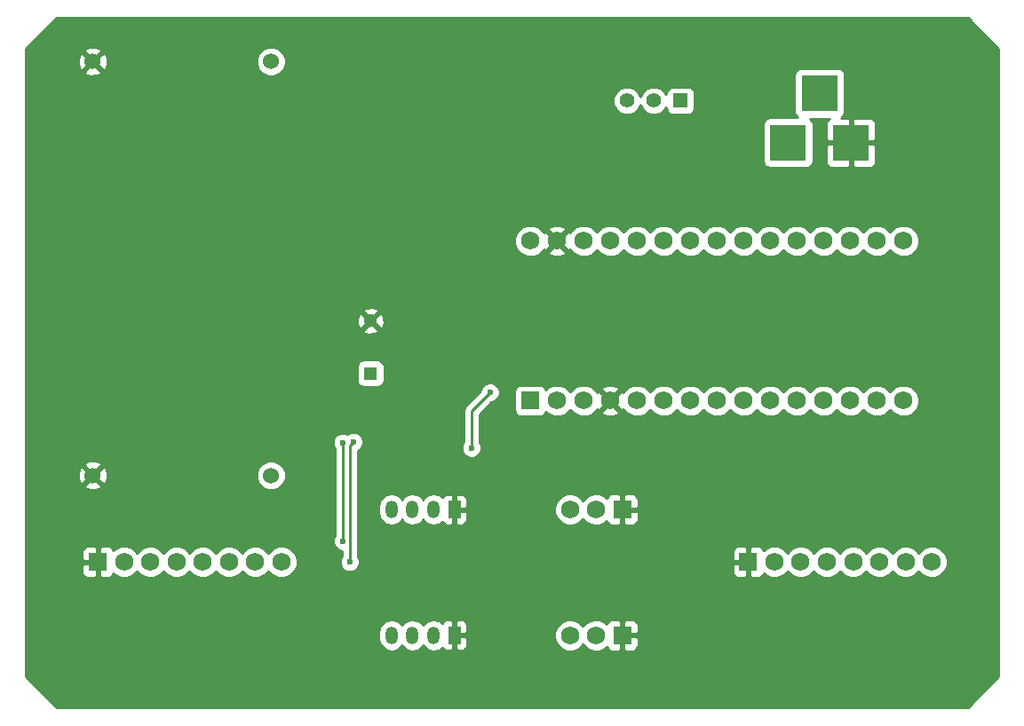
<source format=gbr>
G04 #@! TF.FileFunction,Copper,L2,Bot,Signal*
%FSLAX46Y46*%
G04 Gerber Fmt 4.6, Leading zero omitted, Abs format (unit mm)*
G04 Created by KiCad (PCBNEW 4.0.3+e1-6302~38~ubuntu15.04.1-stable) date Sun Sep 25 07:10:45 2016*
%MOMM*%
%LPD*%
G01*
G04 APERTURE LIST*
%ADD10C,0.100000*%
%ADD11R,1.727200X1.727200*%
%ADD12C,1.727200*%
%ADD13R,1.300000X1.300000*%
%ADD14C,1.300000*%
%ADD15R,1.750000X1.750000*%
%ADD16C,1.750000*%
%ADD17R,1.200000X1.700000*%
%ADD18O,1.200000X1.700000*%
%ADD19C,1.524000*%
%ADD20R,3.500120X3.500120*%
%ADD21R,1.397000X1.397000*%
%ADD22C,1.397000*%
%ADD23C,0.600000*%
%ADD24C,0.250000*%
%ADD25C,0.254000*%
G04 APERTURE END LIST*
D10*
D11*
X79220000Y-67620000D03*
D12*
X81760000Y-67620000D03*
X84300000Y-67620000D03*
X86840000Y-67620000D03*
X89380000Y-67620000D03*
X91920000Y-67620000D03*
X94460000Y-67620000D03*
X97000000Y-67620000D03*
X99540000Y-67620000D03*
X102080000Y-67620000D03*
X104620000Y-67620000D03*
X107160000Y-67620000D03*
X109700000Y-67620000D03*
X112240000Y-67620000D03*
X114780000Y-67620000D03*
X114780000Y-52380000D03*
X112240000Y-52380000D03*
X109700000Y-52380000D03*
X107160000Y-52380000D03*
X104620000Y-52380000D03*
X102080000Y-52380000D03*
X99540000Y-52380000D03*
X97000000Y-52380000D03*
X94460000Y-52380000D03*
X91920000Y-52380000D03*
X89380000Y-52380000D03*
X86840000Y-52380000D03*
X84300000Y-52380000D03*
X81760000Y-52380000D03*
X79220000Y-52380000D03*
D13*
X64000000Y-65000000D03*
D14*
X64000000Y-60000000D03*
D15*
X38000000Y-83000000D03*
D16*
X40500000Y-83000000D03*
X43000000Y-83000000D03*
X45500000Y-83000000D03*
X48000000Y-83000000D03*
X50500000Y-83000000D03*
X53000000Y-83000000D03*
X55500000Y-83000000D03*
D15*
X100000000Y-83000000D03*
D16*
X102500000Y-83000000D03*
X105000000Y-83000000D03*
X107500000Y-83000000D03*
X110000000Y-83000000D03*
X112500000Y-83000000D03*
X115000000Y-83000000D03*
X117500000Y-83000000D03*
D17*
X72000000Y-90000000D03*
D18*
X70000000Y-90000000D03*
X68000000Y-90000000D03*
X66000000Y-90000000D03*
D17*
X72000000Y-78000000D03*
D18*
X70000000Y-78000000D03*
X68000000Y-78000000D03*
X66000000Y-78000000D03*
D19*
X54500000Y-35250000D03*
X37500000Y-35250000D03*
X54500000Y-74750000D03*
X37500000Y-74750000D03*
D20*
X103799860Y-43000000D03*
X109799340Y-43000000D03*
X106799600Y-38301000D03*
D15*
X88000000Y-90000000D03*
D16*
X85500000Y-90000000D03*
X83000000Y-90000000D03*
D15*
X88000000Y-78000000D03*
D16*
X85500000Y-78000000D03*
X83000000Y-78000000D03*
D21*
X93540000Y-39000000D03*
D22*
X91000000Y-39000000D03*
X88460000Y-39000000D03*
D23*
X77000000Y-42000000D03*
X62375532Y-71531459D03*
X62000000Y-83000000D03*
X61361318Y-81012735D03*
X61337743Y-71614888D03*
X75386684Y-66825810D03*
X73617332Y-72110335D03*
D24*
X62000000Y-83000000D02*
X62000000Y-71906991D01*
X62000000Y-71906991D02*
X62075533Y-71831458D01*
X62075533Y-71831458D02*
X62375532Y-71531459D01*
X61337743Y-80989160D02*
X61361318Y-81012735D01*
X61337743Y-71614888D02*
X61337743Y-80989160D01*
X75086685Y-67125809D02*
X75386684Y-66825810D01*
X73617332Y-72110335D02*
X73617332Y-68595162D01*
X73617332Y-68595162D02*
X75086685Y-67125809D01*
D25*
G36*
X123873000Y-34052606D02*
X123873000Y-93947394D01*
X120947394Y-96873000D01*
X34052606Y-96873000D01*
X31127000Y-93947394D01*
X31127000Y-89720907D01*
X64765000Y-89720907D01*
X64765000Y-90279093D01*
X64859009Y-90751707D01*
X65126723Y-91152370D01*
X65527386Y-91420084D01*
X66000000Y-91514093D01*
X66472614Y-91420084D01*
X66873277Y-91152370D01*
X67000000Y-90962715D01*
X67126723Y-91152370D01*
X67527386Y-91420084D01*
X68000000Y-91514093D01*
X68472614Y-91420084D01*
X68873277Y-91152370D01*
X69000000Y-90962715D01*
X69126723Y-91152370D01*
X69527386Y-91420084D01*
X70000000Y-91514093D01*
X70472614Y-91420084D01*
X70845590Y-91170870D01*
X70861673Y-91209699D01*
X71040302Y-91388327D01*
X71273691Y-91485000D01*
X71714250Y-91485000D01*
X71873000Y-91326250D01*
X71873000Y-90127000D01*
X72127000Y-90127000D01*
X72127000Y-91326250D01*
X72285750Y-91485000D01*
X72726309Y-91485000D01*
X72959698Y-91388327D01*
X73138327Y-91209699D01*
X73235000Y-90976310D01*
X73235000Y-90299040D01*
X81489738Y-90299040D01*
X81719138Y-90854229D01*
X82143537Y-91279370D01*
X82698325Y-91509738D01*
X83299040Y-91510262D01*
X83854229Y-91280862D01*
X84250318Y-90885464D01*
X84643537Y-91279370D01*
X85198325Y-91509738D01*
X85799040Y-91510262D01*
X86354229Y-91280862D01*
X86532203Y-91103198D01*
X86586673Y-91234699D01*
X86765302Y-91413327D01*
X86998691Y-91510000D01*
X87714250Y-91510000D01*
X87873000Y-91351250D01*
X87873000Y-90127000D01*
X88127000Y-90127000D01*
X88127000Y-91351250D01*
X88285750Y-91510000D01*
X89001309Y-91510000D01*
X89234698Y-91413327D01*
X89413327Y-91234699D01*
X89510000Y-91001310D01*
X89510000Y-90285750D01*
X89351250Y-90127000D01*
X88127000Y-90127000D01*
X87873000Y-90127000D01*
X87853000Y-90127000D01*
X87853000Y-89873000D01*
X87873000Y-89873000D01*
X87873000Y-88648750D01*
X88127000Y-88648750D01*
X88127000Y-89873000D01*
X89351250Y-89873000D01*
X89510000Y-89714250D01*
X89510000Y-88998690D01*
X89413327Y-88765301D01*
X89234698Y-88586673D01*
X89001309Y-88490000D01*
X88285750Y-88490000D01*
X88127000Y-88648750D01*
X87873000Y-88648750D01*
X87714250Y-88490000D01*
X86998691Y-88490000D01*
X86765302Y-88586673D01*
X86586673Y-88765301D01*
X86532240Y-88896714D01*
X86356463Y-88720630D01*
X85801675Y-88490262D01*
X85200960Y-88489738D01*
X84645771Y-88719138D01*
X84249682Y-89114536D01*
X83856463Y-88720630D01*
X83301675Y-88490262D01*
X82700960Y-88489738D01*
X82145771Y-88719138D01*
X81720630Y-89143537D01*
X81490262Y-89698325D01*
X81489738Y-90299040D01*
X73235000Y-90299040D01*
X73235000Y-90285750D01*
X73076250Y-90127000D01*
X72127000Y-90127000D01*
X71873000Y-90127000D01*
X71853000Y-90127000D01*
X71853000Y-89873000D01*
X71873000Y-89873000D01*
X71873000Y-88673750D01*
X72127000Y-88673750D01*
X72127000Y-89873000D01*
X73076250Y-89873000D01*
X73235000Y-89714250D01*
X73235000Y-89023690D01*
X73138327Y-88790301D01*
X72959698Y-88611673D01*
X72726309Y-88515000D01*
X72285750Y-88515000D01*
X72127000Y-88673750D01*
X71873000Y-88673750D01*
X71714250Y-88515000D01*
X71273691Y-88515000D01*
X71040302Y-88611673D01*
X70861673Y-88790301D01*
X70845590Y-88829130D01*
X70472614Y-88579916D01*
X70000000Y-88485907D01*
X69527386Y-88579916D01*
X69126723Y-88847630D01*
X69000000Y-89037285D01*
X68873277Y-88847630D01*
X68472614Y-88579916D01*
X68000000Y-88485907D01*
X67527386Y-88579916D01*
X67126723Y-88847630D01*
X67000000Y-89037285D01*
X66873277Y-88847630D01*
X66472614Y-88579916D01*
X66000000Y-88485907D01*
X65527386Y-88579916D01*
X65126723Y-88847630D01*
X64859009Y-89248293D01*
X64765000Y-89720907D01*
X31127000Y-89720907D01*
X31127000Y-83285750D01*
X36490000Y-83285750D01*
X36490000Y-84001310D01*
X36586673Y-84234699D01*
X36765302Y-84413327D01*
X36998691Y-84510000D01*
X37714250Y-84510000D01*
X37873000Y-84351250D01*
X37873000Y-83127000D01*
X36648750Y-83127000D01*
X36490000Y-83285750D01*
X31127000Y-83285750D01*
X31127000Y-81998690D01*
X36490000Y-81998690D01*
X36490000Y-82714250D01*
X36648750Y-82873000D01*
X37873000Y-82873000D01*
X37873000Y-81648750D01*
X38127000Y-81648750D01*
X38127000Y-82873000D01*
X38147000Y-82873000D01*
X38147000Y-83127000D01*
X38127000Y-83127000D01*
X38127000Y-84351250D01*
X38285750Y-84510000D01*
X39001309Y-84510000D01*
X39234698Y-84413327D01*
X39413327Y-84234699D01*
X39467760Y-84103286D01*
X39643537Y-84279370D01*
X40198325Y-84509738D01*
X40799040Y-84510262D01*
X41354229Y-84280862D01*
X41750318Y-83885464D01*
X42143537Y-84279370D01*
X42698325Y-84509738D01*
X43299040Y-84510262D01*
X43854229Y-84280862D01*
X44250318Y-83885464D01*
X44643537Y-84279370D01*
X45198325Y-84509738D01*
X45799040Y-84510262D01*
X46354229Y-84280862D01*
X46750318Y-83885464D01*
X47143537Y-84279370D01*
X47698325Y-84509738D01*
X48299040Y-84510262D01*
X48854229Y-84280862D01*
X49250318Y-83885464D01*
X49643537Y-84279370D01*
X50198325Y-84509738D01*
X50799040Y-84510262D01*
X51354229Y-84280862D01*
X51750318Y-83885464D01*
X52143537Y-84279370D01*
X52698325Y-84509738D01*
X53299040Y-84510262D01*
X53854229Y-84280862D01*
X54250318Y-83885464D01*
X54643537Y-84279370D01*
X55198325Y-84509738D01*
X55799040Y-84510262D01*
X56354229Y-84280862D01*
X56779370Y-83856463D01*
X57009738Y-83301675D01*
X57010262Y-82700960D01*
X56780862Y-82145771D01*
X56356463Y-81720630D01*
X55801675Y-81490262D01*
X55200960Y-81489738D01*
X54645771Y-81719138D01*
X54249682Y-82114536D01*
X53856463Y-81720630D01*
X53301675Y-81490262D01*
X52700960Y-81489738D01*
X52145771Y-81719138D01*
X51749682Y-82114536D01*
X51356463Y-81720630D01*
X50801675Y-81490262D01*
X50200960Y-81489738D01*
X49645771Y-81719138D01*
X49249682Y-82114536D01*
X48856463Y-81720630D01*
X48301675Y-81490262D01*
X47700960Y-81489738D01*
X47145771Y-81719138D01*
X46749682Y-82114536D01*
X46356463Y-81720630D01*
X45801675Y-81490262D01*
X45200960Y-81489738D01*
X44645771Y-81719138D01*
X44249682Y-82114536D01*
X43856463Y-81720630D01*
X43301675Y-81490262D01*
X42700960Y-81489738D01*
X42145771Y-81719138D01*
X41749682Y-82114536D01*
X41356463Y-81720630D01*
X40801675Y-81490262D01*
X40200960Y-81489738D01*
X39645771Y-81719138D01*
X39467797Y-81896802D01*
X39413327Y-81765301D01*
X39234698Y-81586673D01*
X39001309Y-81490000D01*
X38285750Y-81490000D01*
X38127000Y-81648750D01*
X37873000Y-81648750D01*
X37714250Y-81490000D01*
X36998691Y-81490000D01*
X36765302Y-81586673D01*
X36586673Y-81765301D01*
X36490000Y-81998690D01*
X31127000Y-81998690D01*
X31127000Y-75730213D01*
X36699392Y-75730213D01*
X36768857Y-75972397D01*
X37292302Y-76159144D01*
X37847368Y-76131362D01*
X38231143Y-75972397D01*
X38300608Y-75730213D01*
X37500000Y-74929605D01*
X36699392Y-75730213D01*
X31127000Y-75730213D01*
X31127000Y-74542302D01*
X36090856Y-74542302D01*
X36118638Y-75097368D01*
X36277603Y-75481143D01*
X36519787Y-75550608D01*
X37320395Y-74750000D01*
X37679605Y-74750000D01*
X38480213Y-75550608D01*
X38722397Y-75481143D01*
X38884540Y-75026661D01*
X53102758Y-75026661D01*
X53314990Y-75540303D01*
X53707630Y-75933629D01*
X54220900Y-76146757D01*
X54776661Y-76147242D01*
X55290303Y-75935010D01*
X55683629Y-75542370D01*
X55896757Y-75029100D01*
X55897242Y-74473339D01*
X55685010Y-73959697D01*
X55292370Y-73566371D01*
X54779100Y-73353243D01*
X54223339Y-73352758D01*
X53709697Y-73564990D01*
X53316371Y-73957630D01*
X53103243Y-74470900D01*
X53102758Y-75026661D01*
X38884540Y-75026661D01*
X38909144Y-74957698D01*
X38881362Y-74402632D01*
X38722397Y-74018857D01*
X38480213Y-73949392D01*
X37679605Y-74750000D01*
X37320395Y-74750000D01*
X36519787Y-73949392D01*
X36277603Y-74018857D01*
X36090856Y-74542302D01*
X31127000Y-74542302D01*
X31127000Y-73769787D01*
X36699392Y-73769787D01*
X37500000Y-74570395D01*
X38300608Y-73769787D01*
X38231143Y-73527603D01*
X37707698Y-73340856D01*
X37152632Y-73368638D01*
X36768857Y-73527603D01*
X36699392Y-73769787D01*
X31127000Y-73769787D01*
X31127000Y-71800055D01*
X60402581Y-71800055D01*
X60544626Y-72143831D01*
X60577743Y-72177006D01*
X60577743Y-80473806D01*
X60569126Y-80482408D01*
X60426480Y-80825936D01*
X60426156Y-81197902D01*
X60568201Y-81541678D01*
X60830991Y-81804927D01*
X61174519Y-81947573D01*
X61240000Y-81947630D01*
X61240000Y-82437537D01*
X61207808Y-82469673D01*
X61065162Y-82813201D01*
X61064838Y-83185167D01*
X61206883Y-83528943D01*
X61469673Y-83792192D01*
X61813201Y-83934838D01*
X62185167Y-83935162D01*
X62528943Y-83793117D01*
X62792192Y-83530327D01*
X62893749Y-83285750D01*
X98490000Y-83285750D01*
X98490000Y-84001310D01*
X98586673Y-84234699D01*
X98765302Y-84413327D01*
X98998691Y-84510000D01*
X99714250Y-84510000D01*
X99873000Y-84351250D01*
X99873000Y-83127000D01*
X98648750Y-83127000D01*
X98490000Y-83285750D01*
X62893749Y-83285750D01*
X62934838Y-83186799D01*
X62935162Y-82814833D01*
X62793117Y-82471057D01*
X62760000Y-82437882D01*
X62760000Y-81998690D01*
X98490000Y-81998690D01*
X98490000Y-82714250D01*
X98648750Y-82873000D01*
X99873000Y-82873000D01*
X99873000Y-81648750D01*
X100127000Y-81648750D01*
X100127000Y-82873000D01*
X100147000Y-82873000D01*
X100147000Y-83127000D01*
X100127000Y-83127000D01*
X100127000Y-84351250D01*
X100285750Y-84510000D01*
X101001309Y-84510000D01*
X101234698Y-84413327D01*
X101413327Y-84234699D01*
X101467760Y-84103286D01*
X101643537Y-84279370D01*
X102198325Y-84509738D01*
X102799040Y-84510262D01*
X103354229Y-84280862D01*
X103750318Y-83885464D01*
X104143537Y-84279370D01*
X104698325Y-84509738D01*
X105299040Y-84510262D01*
X105854229Y-84280862D01*
X106250318Y-83885464D01*
X106643537Y-84279370D01*
X107198325Y-84509738D01*
X107799040Y-84510262D01*
X108354229Y-84280862D01*
X108750318Y-83885464D01*
X109143537Y-84279370D01*
X109698325Y-84509738D01*
X110299040Y-84510262D01*
X110854229Y-84280862D01*
X111250318Y-83885464D01*
X111643537Y-84279370D01*
X112198325Y-84509738D01*
X112799040Y-84510262D01*
X113354229Y-84280862D01*
X113750318Y-83885464D01*
X114143537Y-84279370D01*
X114698325Y-84509738D01*
X115299040Y-84510262D01*
X115854229Y-84280862D01*
X116250318Y-83885464D01*
X116643537Y-84279370D01*
X117198325Y-84509738D01*
X117799040Y-84510262D01*
X118354229Y-84280862D01*
X118779370Y-83856463D01*
X119009738Y-83301675D01*
X119010262Y-82700960D01*
X118780862Y-82145771D01*
X118356463Y-81720630D01*
X117801675Y-81490262D01*
X117200960Y-81489738D01*
X116645771Y-81719138D01*
X116249682Y-82114536D01*
X115856463Y-81720630D01*
X115301675Y-81490262D01*
X114700960Y-81489738D01*
X114145771Y-81719138D01*
X113749682Y-82114536D01*
X113356463Y-81720630D01*
X112801675Y-81490262D01*
X112200960Y-81489738D01*
X111645771Y-81719138D01*
X111249682Y-82114536D01*
X110856463Y-81720630D01*
X110301675Y-81490262D01*
X109700960Y-81489738D01*
X109145771Y-81719138D01*
X108749682Y-82114536D01*
X108356463Y-81720630D01*
X107801675Y-81490262D01*
X107200960Y-81489738D01*
X106645771Y-81719138D01*
X106249682Y-82114536D01*
X105856463Y-81720630D01*
X105301675Y-81490262D01*
X104700960Y-81489738D01*
X104145771Y-81719138D01*
X103749682Y-82114536D01*
X103356463Y-81720630D01*
X102801675Y-81490262D01*
X102200960Y-81489738D01*
X101645771Y-81719138D01*
X101467797Y-81896802D01*
X101413327Y-81765301D01*
X101234698Y-81586673D01*
X101001309Y-81490000D01*
X100285750Y-81490000D01*
X100127000Y-81648750D01*
X99873000Y-81648750D01*
X99714250Y-81490000D01*
X98998691Y-81490000D01*
X98765302Y-81586673D01*
X98586673Y-81765301D01*
X98490000Y-81998690D01*
X62760000Y-81998690D01*
X62760000Y-77720907D01*
X64765000Y-77720907D01*
X64765000Y-78279093D01*
X64859009Y-78751707D01*
X65126723Y-79152370D01*
X65527386Y-79420084D01*
X66000000Y-79514093D01*
X66472614Y-79420084D01*
X66873277Y-79152370D01*
X67000000Y-78962715D01*
X67126723Y-79152370D01*
X67527386Y-79420084D01*
X68000000Y-79514093D01*
X68472614Y-79420084D01*
X68873277Y-79152370D01*
X69000000Y-78962715D01*
X69126723Y-79152370D01*
X69527386Y-79420084D01*
X70000000Y-79514093D01*
X70472614Y-79420084D01*
X70845590Y-79170870D01*
X70861673Y-79209699D01*
X71040302Y-79388327D01*
X71273691Y-79485000D01*
X71714250Y-79485000D01*
X71873000Y-79326250D01*
X71873000Y-78127000D01*
X72127000Y-78127000D01*
X72127000Y-79326250D01*
X72285750Y-79485000D01*
X72726309Y-79485000D01*
X72959698Y-79388327D01*
X73138327Y-79209699D01*
X73235000Y-78976310D01*
X73235000Y-78299040D01*
X81489738Y-78299040D01*
X81719138Y-78854229D01*
X82143537Y-79279370D01*
X82698325Y-79509738D01*
X83299040Y-79510262D01*
X83854229Y-79280862D01*
X84250318Y-78885464D01*
X84643537Y-79279370D01*
X85198325Y-79509738D01*
X85799040Y-79510262D01*
X86354229Y-79280862D01*
X86532203Y-79103198D01*
X86586673Y-79234699D01*
X86765302Y-79413327D01*
X86998691Y-79510000D01*
X87714250Y-79510000D01*
X87873000Y-79351250D01*
X87873000Y-78127000D01*
X88127000Y-78127000D01*
X88127000Y-79351250D01*
X88285750Y-79510000D01*
X89001309Y-79510000D01*
X89234698Y-79413327D01*
X89413327Y-79234699D01*
X89510000Y-79001310D01*
X89510000Y-78285750D01*
X89351250Y-78127000D01*
X88127000Y-78127000D01*
X87873000Y-78127000D01*
X87853000Y-78127000D01*
X87853000Y-77873000D01*
X87873000Y-77873000D01*
X87873000Y-76648750D01*
X88127000Y-76648750D01*
X88127000Y-77873000D01*
X89351250Y-77873000D01*
X89510000Y-77714250D01*
X89510000Y-76998690D01*
X89413327Y-76765301D01*
X89234698Y-76586673D01*
X89001309Y-76490000D01*
X88285750Y-76490000D01*
X88127000Y-76648750D01*
X87873000Y-76648750D01*
X87714250Y-76490000D01*
X86998691Y-76490000D01*
X86765302Y-76586673D01*
X86586673Y-76765301D01*
X86532240Y-76896714D01*
X86356463Y-76720630D01*
X85801675Y-76490262D01*
X85200960Y-76489738D01*
X84645771Y-76719138D01*
X84249682Y-77114536D01*
X83856463Y-76720630D01*
X83301675Y-76490262D01*
X82700960Y-76489738D01*
X82145771Y-76719138D01*
X81720630Y-77143537D01*
X81490262Y-77698325D01*
X81489738Y-78299040D01*
X73235000Y-78299040D01*
X73235000Y-78285750D01*
X73076250Y-78127000D01*
X72127000Y-78127000D01*
X71873000Y-78127000D01*
X71853000Y-78127000D01*
X71853000Y-77873000D01*
X71873000Y-77873000D01*
X71873000Y-76673750D01*
X72127000Y-76673750D01*
X72127000Y-77873000D01*
X73076250Y-77873000D01*
X73235000Y-77714250D01*
X73235000Y-77023690D01*
X73138327Y-76790301D01*
X72959698Y-76611673D01*
X72726309Y-76515000D01*
X72285750Y-76515000D01*
X72127000Y-76673750D01*
X71873000Y-76673750D01*
X71714250Y-76515000D01*
X71273691Y-76515000D01*
X71040302Y-76611673D01*
X70861673Y-76790301D01*
X70845590Y-76829130D01*
X70472614Y-76579916D01*
X70000000Y-76485907D01*
X69527386Y-76579916D01*
X69126723Y-76847630D01*
X69000000Y-77037285D01*
X68873277Y-76847630D01*
X68472614Y-76579916D01*
X68000000Y-76485907D01*
X67527386Y-76579916D01*
X67126723Y-76847630D01*
X67000000Y-77037285D01*
X66873277Y-76847630D01*
X66472614Y-76579916D01*
X66000000Y-76485907D01*
X65527386Y-76579916D01*
X65126723Y-76847630D01*
X64859009Y-77248293D01*
X64765000Y-77720907D01*
X62760000Y-77720907D01*
X62760000Y-72384272D01*
X62904475Y-72324576D01*
X62933599Y-72295502D01*
X72682170Y-72295502D01*
X72824215Y-72639278D01*
X73087005Y-72902527D01*
X73430533Y-73045173D01*
X73802499Y-73045497D01*
X74146275Y-72903452D01*
X74409524Y-72640662D01*
X74552170Y-72297134D01*
X74552494Y-71925168D01*
X74410449Y-71581392D01*
X74377332Y-71548217D01*
X74377332Y-68909964D01*
X75526364Y-67760932D01*
X75571851Y-67760972D01*
X75915627Y-67618927D01*
X76178876Y-67356137D01*
X76321522Y-67012609D01*
X76321745Y-66756400D01*
X77708960Y-66756400D01*
X77708960Y-68483600D01*
X77753238Y-68718917D01*
X77892310Y-68935041D01*
X78104510Y-69080031D01*
X78356400Y-69131040D01*
X80083600Y-69131040D01*
X80318917Y-69086762D01*
X80535041Y-68947690D01*
X80680031Y-68735490D01*
X80692852Y-68672180D01*
X80910003Y-68889710D01*
X81460602Y-69118339D01*
X82056782Y-69118859D01*
X82607780Y-68891192D01*
X83029710Y-68469997D01*
X83030095Y-68469069D01*
X83450003Y-68889710D01*
X84000602Y-69118339D01*
X84596782Y-69118859D01*
X85147780Y-68891192D01*
X85365546Y-68673805D01*
X85965800Y-68673805D01*
X86047741Y-68926516D01*
X86608030Y-69130248D01*
X87203635Y-69104058D01*
X87632259Y-68926516D01*
X87714200Y-68673805D01*
X86840000Y-67799605D01*
X85965800Y-68673805D01*
X85365546Y-68673805D01*
X85569710Y-68469997D01*
X85586541Y-68429463D01*
X85786195Y-68494200D01*
X86660395Y-67620000D01*
X87019605Y-67620000D01*
X87893805Y-68494200D01*
X88093033Y-68429601D01*
X88108808Y-68467780D01*
X88530003Y-68889710D01*
X89080602Y-69118339D01*
X89676782Y-69118859D01*
X90227780Y-68891192D01*
X90649710Y-68469997D01*
X90650095Y-68469069D01*
X91070003Y-68889710D01*
X91620602Y-69118339D01*
X92216782Y-69118859D01*
X92767780Y-68891192D01*
X93189710Y-68469997D01*
X93190095Y-68469069D01*
X93610003Y-68889710D01*
X94160602Y-69118339D01*
X94756782Y-69118859D01*
X95307780Y-68891192D01*
X95729710Y-68469997D01*
X95730095Y-68469069D01*
X96150003Y-68889710D01*
X96700602Y-69118339D01*
X97296782Y-69118859D01*
X97847780Y-68891192D01*
X98269710Y-68469997D01*
X98270095Y-68469069D01*
X98690003Y-68889710D01*
X99240602Y-69118339D01*
X99836782Y-69118859D01*
X100387780Y-68891192D01*
X100809710Y-68469997D01*
X100810095Y-68469069D01*
X101230003Y-68889710D01*
X101780602Y-69118339D01*
X102376782Y-69118859D01*
X102927780Y-68891192D01*
X103349710Y-68469997D01*
X103350095Y-68469069D01*
X103770003Y-68889710D01*
X104320602Y-69118339D01*
X104916782Y-69118859D01*
X105467780Y-68891192D01*
X105889710Y-68469997D01*
X105890095Y-68469069D01*
X106310003Y-68889710D01*
X106860602Y-69118339D01*
X107456782Y-69118859D01*
X108007780Y-68891192D01*
X108429710Y-68469997D01*
X108430095Y-68469069D01*
X108850003Y-68889710D01*
X109400602Y-69118339D01*
X109996782Y-69118859D01*
X110547780Y-68891192D01*
X110969710Y-68469997D01*
X110970095Y-68469069D01*
X111390003Y-68889710D01*
X111940602Y-69118339D01*
X112536782Y-69118859D01*
X113087780Y-68891192D01*
X113509710Y-68469997D01*
X113510095Y-68469069D01*
X113930003Y-68889710D01*
X114480602Y-69118339D01*
X115076782Y-69118859D01*
X115627780Y-68891192D01*
X116049710Y-68469997D01*
X116278339Y-67919398D01*
X116278859Y-67323218D01*
X116051192Y-66772220D01*
X115629997Y-66350290D01*
X115079398Y-66121661D01*
X114483218Y-66121141D01*
X113932220Y-66348808D01*
X113510290Y-66770003D01*
X113509905Y-66770931D01*
X113089997Y-66350290D01*
X112539398Y-66121661D01*
X111943218Y-66121141D01*
X111392220Y-66348808D01*
X110970290Y-66770003D01*
X110969905Y-66770931D01*
X110549997Y-66350290D01*
X109999398Y-66121661D01*
X109403218Y-66121141D01*
X108852220Y-66348808D01*
X108430290Y-66770003D01*
X108429905Y-66770931D01*
X108009997Y-66350290D01*
X107459398Y-66121661D01*
X106863218Y-66121141D01*
X106312220Y-66348808D01*
X105890290Y-66770003D01*
X105889905Y-66770931D01*
X105469997Y-66350290D01*
X104919398Y-66121661D01*
X104323218Y-66121141D01*
X103772220Y-66348808D01*
X103350290Y-66770003D01*
X103349905Y-66770931D01*
X102929997Y-66350290D01*
X102379398Y-66121661D01*
X101783218Y-66121141D01*
X101232220Y-66348808D01*
X100810290Y-66770003D01*
X100809905Y-66770931D01*
X100389997Y-66350290D01*
X99839398Y-66121661D01*
X99243218Y-66121141D01*
X98692220Y-66348808D01*
X98270290Y-66770003D01*
X98269905Y-66770931D01*
X97849997Y-66350290D01*
X97299398Y-66121661D01*
X96703218Y-66121141D01*
X96152220Y-66348808D01*
X95730290Y-66770003D01*
X95729905Y-66770931D01*
X95309997Y-66350290D01*
X94759398Y-66121661D01*
X94163218Y-66121141D01*
X93612220Y-66348808D01*
X93190290Y-66770003D01*
X93189905Y-66770931D01*
X92769997Y-66350290D01*
X92219398Y-66121661D01*
X91623218Y-66121141D01*
X91072220Y-66348808D01*
X90650290Y-66770003D01*
X90649905Y-66770931D01*
X90229997Y-66350290D01*
X89679398Y-66121661D01*
X89083218Y-66121141D01*
X88532220Y-66348808D01*
X88110290Y-66770003D01*
X88093459Y-66810537D01*
X87893805Y-66745800D01*
X87019605Y-67620000D01*
X86660395Y-67620000D01*
X85786195Y-66745800D01*
X85586967Y-66810399D01*
X85571192Y-66772220D01*
X85365526Y-66566195D01*
X85965800Y-66566195D01*
X86840000Y-67440395D01*
X87714200Y-66566195D01*
X87632259Y-66313484D01*
X87071970Y-66109752D01*
X86476365Y-66135942D01*
X86047741Y-66313484D01*
X85965800Y-66566195D01*
X85365526Y-66566195D01*
X85149997Y-66350290D01*
X84599398Y-66121661D01*
X84003218Y-66121141D01*
X83452220Y-66348808D01*
X83030290Y-66770003D01*
X83029905Y-66770931D01*
X82609997Y-66350290D01*
X82059398Y-66121661D01*
X81463218Y-66121141D01*
X80912220Y-66348808D01*
X80695124Y-66565525D01*
X80686762Y-66521083D01*
X80547690Y-66304959D01*
X80335490Y-66159969D01*
X80083600Y-66108960D01*
X78356400Y-66108960D01*
X78121083Y-66153238D01*
X77904959Y-66292310D01*
X77759969Y-66504510D01*
X77708960Y-66756400D01*
X76321745Y-66756400D01*
X76321846Y-66640643D01*
X76179801Y-66296867D01*
X75917011Y-66033618D01*
X75573483Y-65890972D01*
X75201517Y-65890648D01*
X74857741Y-66032693D01*
X74594492Y-66295483D01*
X74451846Y-66639011D01*
X74451805Y-66685887D01*
X73079931Y-68057761D01*
X72915184Y-68304323D01*
X72857332Y-68595162D01*
X72857332Y-71547872D01*
X72825140Y-71580008D01*
X72682494Y-71923536D01*
X72682170Y-72295502D01*
X62933599Y-72295502D01*
X63167724Y-72061786D01*
X63310370Y-71718258D01*
X63310694Y-71346292D01*
X63168649Y-71002516D01*
X62905859Y-70739267D01*
X62562331Y-70596621D01*
X62190365Y-70596297D01*
X61846589Y-70738342D01*
X61793222Y-70791616D01*
X61524542Y-70680050D01*
X61152576Y-70679726D01*
X60808800Y-70821771D01*
X60545551Y-71084561D01*
X60402905Y-71428089D01*
X60402581Y-71800055D01*
X31127000Y-71800055D01*
X31127000Y-64350000D01*
X62702560Y-64350000D01*
X62702560Y-65650000D01*
X62746838Y-65885317D01*
X62885910Y-66101441D01*
X63098110Y-66246431D01*
X63350000Y-66297440D01*
X64650000Y-66297440D01*
X64885317Y-66253162D01*
X65101441Y-66114090D01*
X65246431Y-65901890D01*
X65297440Y-65650000D01*
X65297440Y-64350000D01*
X65253162Y-64114683D01*
X65114090Y-63898559D01*
X64901890Y-63753569D01*
X64650000Y-63702560D01*
X63350000Y-63702560D01*
X63114683Y-63746838D01*
X62898559Y-63885910D01*
X62753569Y-64098110D01*
X62702560Y-64350000D01*
X31127000Y-64350000D01*
X31127000Y-60899016D01*
X63280590Y-60899016D01*
X63336271Y-61129611D01*
X63819078Y-61297622D01*
X64329428Y-61268083D01*
X64663729Y-61129611D01*
X64719410Y-60899016D01*
X64000000Y-60179605D01*
X63280590Y-60899016D01*
X31127000Y-60899016D01*
X31127000Y-59819078D01*
X62702378Y-59819078D01*
X62731917Y-60329428D01*
X62870389Y-60663729D01*
X63100984Y-60719410D01*
X63820395Y-60000000D01*
X64179605Y-60000000D01*
X64899016Y-60719410D01*
X65129611Y-60663729D01*
X65297622Y-60180922D01*
X65268083Y-59670572D01*
X65129611Y-59336271D01*
X64899016Y-59280590D01*
X64179605Y-60000000D01*
X63820395Y-60000000D01*
X63100984Y-59280590D01*
X62870389Y-59336271D01*
X62702378Y-59819078D01*
X31127000Y-59819078D01*
X31127000Y-59100984D01*
X63280590Y-59100984D01*
X64000000Y-59820395D01*
X64719410Y-59100984D01*
X64663729Y-58870389D01*
X64180922Y-58702378D01*
X63670572Y-58731917D01*
X63336271Y-58870389D01*
X63280590Y-59100984D01*
X31127000Y-59100984D01*
X31127000Y-52676782D01*
X77721141Y-52676782D01*
X77948808Y-53227780D01*
X78370003Y-53649710D01*
X78920602Y-53878339D01*
X79516782Y-53878859D01*
X80067780Y-53651192D01*
X80285546Y-53433805D01*
X80885800Y-53433805D01*
X80967741Y-53686516D01*
X81528030Y-53890248D01*
X82123635Y-53864058D01*
X82552259Y-53686516D01*
X82634200Y-53433805D01*
X81760000Y-52559605D01*
X80885800Y-53433805D01*
X80285546Y-53433805D01*
X80489710Y-53229997D01*
X80506541Y-53189463D01*
X80706195Y-53254200D01*
X81580395Y-52380000D01*
X81939605Y-52380000D01*
X82813805Y-53254200D01*
X83013033Y-53189601D01*
X83028808Y-53227780D01*
X83450003Y-53649710D01*
X84000602Y-53878339D01*
X84596782Y-53878859D01*
X85147780Y-53651192D01*
X85569710Y-53229997D01*
X85570095Y-53229069D01*
X85990003Y-53649710D01*
X86540602Y-53878339D01*
X87136782Y-53878859D01*
X87687780Y-53651192D01*
X88109710Y-53229997D01*
X88110095Y-53229069D01*
X88530003Y-53649710D01*
X89080602Y-53878339D01*
X89676782Y-53878859D01*
X90227780Y-53651192D01*
X90649710Y-53229997D01*
X90650095Y-53229069D01*
X91070003Y-53649710D01*
X91620602Y-53878339D01*
X92216782Y-53878859D01*
X92767780Y-53651192D01*
X93189710Y-53229997D01*
X93190095Y-53229069D01*
X93610003Y-53649710D01*
X94160602Y-53878339D01*
X94756782Y-53878859D01*
X95307780Y-53651192D01*
X95729710Y-53229997D01*
X95730095Y-53229069D01*
X96150003Y-53649710D01*
X96700602Y-53878339D01*
X97296782Y-53878859D01*
X97847780Y-53651192D01*
X98269710Y-53229997D01*
X98270095Y-53229069D01*
X98690003Y-53649710D01*
X99240602Y-53878339D01*
X99836782Y-53878859D01*
X100387780Y-53651192D01*
X100809710Y-53229997D01*
X100810095Y-53229069D01*
X101230003Y-53649710D01*
X101780602Y-53878339D01*
X102376782Y-53878859D01*
X102927780Y-53651192D01*
X103349710Y-53229997D01*
X103350095Y-53229069D01*
X103770003Y-53649710D01*
X104320602Y-53878339D01*
X104916782Y-53878859D01*
X105467780Y-53651192D01*
X105889710Y-53229997D01*
X105890095Y-53229069D01*
X106310003Y-53649710D01*
X106860602Y-53878339D01*
X107456782Y-53878859D01*
X108007780Y-53651192D01*
X108429710Y-53229997D01*
X108430095Y-53229069D01*
X108850003Y-53649710D01*
X109400602Y-53878339D01*
X109996782Y-53878859D01*
X110547780Y-53651192D01*
X110969710Y-53229997D01*
X110970095Y-53229069D01*
X111390003Y-53649710D01*
X111940602Y-53878339D01*
X112536782Y-53878859D01*
X113087780Y-53651192D01*
X113509710Y-53229997D01*
X113510095Y-53229069D01*
X113930003Y-53649710D01*
X114480602Y-53878339D01*
X115076782Y-53878859D01*
X115627780Y-53651192D01*
X116049710Y-53229997D01*
X116278339Y-52679398D01*
X116278859Y-52083218D01*
X116051192Y-51532220D01*
X115629997Y-51110290D01*
X115079398Y-50881661D01*
X114483218Y-50881141D01*
X113932220Y-51108808D01*
X113510290Y-51530003D01*
X113509905Y-51530931D01*
X113089997Y-51110290D01*
X112539398Y-50881661D01*
X111943218Y-50881141D01*
X111392220Y-51108808D01*
X110970290Y-51530003D01*
X110969905Y-51530931D01*
X110549997Y-51110290D01*
X109999398Y-50881661D01*
X109403218Y-50881141D01*
X108852220Y-51108808D01*
X108430290Y-51530003D01*
X108429905Y-51530931D01*
X108009997Y-51110290D01*
X107459398Y-50881661D01*
X106863218Y-50881141D01*
X106312220Y-51108808D01*
X105890290Y-51530003D01*
X105889905Y-51530931D01*
X105469997Y-51110290D01*
X104919398Y-50881661D01*
X104323218Y-50881141D01*
X103772220Y-51108808D01*
X103350290Y-51530003D01*
X103349905Y-51530931D01*
X102929997Y-51110290D01*
X102379398Y-50881661D01*
X101783218Y-50881141D01*
X101232220Y-51108808D01*
X100810290Y-51530003D01*
X100809905Y-51530931D01*
X100389997Y-51110290D01*
X99839398Y-50881661D01*
X99243218Y-50881141D01*
X98692220Y-51108808D01*
X98270290Y-51530003D01*
X98269905Y-51530931D01*
X97849997Y-51110290D01*
X97299398Y-50881661D01*
X96703218Y-50881141D01*
X96152220Y-51108808D01*
X95730290Y-51530003D01*
X95729905Y-51530931D01*
X95309997Y-51110290D01*
X94759398Y-50881661D01*
X94163218Y-50881141D01*
X93612220Y-51108808D01*
X93190290Y-51530003D01*
X93189905Y-51530931D01*
X92769997Y-51110290D01*
X92219398Y-50881661D01*
X91623218Y-50881141D01*
X91072220Y-51108808D01*
X90650290Y-51530003D01*
X90649905Y-51530931D01*
X90229997Y-51110290D01*
X89679398Y-50881661D01*
X89083218Y-50881141D01*
X88532220Y-51108808D01*
X88110290Y-51530003D01*
X88109905Y-51530931D01*
X87689997Y-51110290D01*
X87139398Y-50881661D01*
X86543218Y-50881141D01*
X85992220Y-51108808D01*
X85570290Y-51530003D01*
X85569905Y-51530931D01*
X85149997Y-51110290D01*
X84599398Y-50881661D01*
X84003218Y-50881141D01*
X83452220Y-51108808D01*
X83030290Y-51530003D01*
X83013459Y-51570537D01*
X82813805Y-51505800D01*
X81939605Y-52380000D01*
X81580395Y-52380000D01*
X80706195Y-51505800D01*
X80506967Y-51570399D01*
X80491192Y-51532220D01*
X80285526Y-51326195D01*
X80885800Y-51326195D01*
X81760000Y-52200395D01*
X82634200Y-51326195D01*
X82552259Y-51073484D01*
X81991970Y-50869752D01*
X81396365Y-50895942D01*
X80967741Y-51073484D01*
X80885800Y-51326195D01*
X80285526Y-51326195D01*
X80069997Y-51110290D01*
X79519398Y-50881661D01*
X78923218Y-50881141D01*
X78372220Y-51108808D01*
X77950290Y-51530003D01*
X77721661Y-52080602D01*
X77721141Y-52676782D01*
X31127000Y-52676782D01*
X31127000Y-41249940D01*
X101402360Y-41249940D01*
X101402360Y-44750060D01*
X101446638Y-44985377D01*
X101585710Y-45201501D01*
X101797910Y-45346491D01*
X102049800Y-45397500D01*
X105549920Y-45397500D01*
X105785237Y-45353222D01*
X106001361Y-45214150D01*
X106146351Y-45001950D01*
X106197360Y-44750060D01*
X106197360Y-43285750D01*
X107414280Y-43285750D01*
X107414280Y-44876370D01*
X107510953Y-45109759D01*
X107689582Y-45288387D01*
X107922971Y-45385060D01*
X109513590Y-45385060D01*
X109672340Y-45226310D01*
X109672340Y-43127000D01*
X109926340Y-43127000D01*
X109926340Y-45226310D01*
X110085090Y-45385060D01*
X111675709Y-45385060D01*
X111909098Y-45288387D01*
X112087727Y-45109759D01*
X112184400Y-44876370D01*
X112184400Y-43285750D01*
X112025650Y-43127000D01*
X109926340Y-43127000D01*
X109672340Y-43127000D01*
X107573030Y-43127000D01*
X107414280Y-43285750D01*
X106197360Y-43285750D01*
X106197360Y-41249940D01*
X106153082Y-41014623D01*
X106014010Y-40798499D01*
X105867657Y-40698500D01*
X107721240Y-40698500D01*
X107689582Y-40711613D01*
X107510953Y-40890241D01*
X107414280Y-41123630D01*
X107414280Y-42714250D01*
X107573030Y-42873000D01*
X109672340Y-42873000D01*
X109672340Y-40773690D01*
X109926340Y-40773690D01*
X109926340Y-42873000D01*
X112025650Y-42873000D01*
X112184400Y-42714250D01*
X112184400Y-41123630D01*
X112087727Y-40890241D01*
X111909098Y-40711613D01*
X111675709Y-40614940D01*
X110085090Y-40614940D01*
X109926340Y-40773690D01*
X109672340Y-40773690D01*
X109513590Y-40614940D01*
X108846023Y-40614940D01*
X109001101Y-40515150D01*
X109146091Y-40302950D01*
X109197100Y-40051060D01*
X109197100Y-36550940D01*
X109152822Y-36315623D01*
X109013750Y-36099499D01*
X108801550Y-35954509D01*
X108549660Y-35903500D01*
X105049540Y-35903500D01*
X104814223Y-35947778D01*
X104598099Y-36086850D01*
X104453109Y-36299050D01*
X104402100Y-36550940D01*
X104402100Y-40051060D01*
X104446378Y-40286377D01*
X104585450Y-40502501D01*
X104731803Y-40602500D01*
X102049800Y-40602500D01*
X101814483Y-40646778D01*
X101598359Y-40785850D01*
X101453369Y-40998050D01*
X101402360Y-41249940D01*
X31127000Y-41249940D01*
X31127000Y-39264086D01*
X87126269Y-39264086D01*
X87328854Y-39754380D01*
X87703647Y-40129827D01*
X88193587Y-40333268D01*
X88724086Y-40333731D01*
X89214380Y-40131146D01*
X89589827Y-39756353D01*
X89730094Y-39418554D01*
X89868854Y-39754380D01*
X90243647Y-40129827D01*
X90733587Y-40333268D01*
X91264086Y-40333731D01*
X91754380Y-40131146D01*
X92129827Y-39756353D01*
X92194060Y-39601663D01*
X92194060Y-39698500D01*
X92238338Y-39933817D01*
X92377410Y-40149941D01*
X92589610Y-40294931D01*
X92841500Y-40345940D01*
X94238500Y-40345940D01*
X94473817Y-40301662D01*
X94689941Y-40162590D01*
X94834931Y-39950390D01*
X94885940Y-39698500D01*
X94885940Y-38301500D01*
X94841662Y-38066183D01*
X94702590Y-37850059D01*
X94490390Y-37705069D01*
X94238500Y-37654060D01*
X92841500Y-37654060D01*
X92606183Y-37698338D01*
X92390059Y-37837410D01*
X92245069Y-38049610D01*
X92194060Y-38301500D01*
X92194060Y-38397884D01*
X92131146Y-38245620D01*
X91756353Y-37870173D01*
X91266413Y-37666732D01*
X90735914Y-37666269D01*
X90245620Y-37868854D01*
X89870173Y-38243647D01*
X89729906Y-38581446D01*
X89591146Y-38245620D01*
X89216353Y-37870173D01*
X88726413Y-37666732D01*
X88195914Y-37666269D01*
X87705620Y-37868854D01*
X87330173Y-38243647D01*
X87126732Y-38733587D01*
X87126269Y-39264086D01*
X31127000Y-39264086D01*
X31127000Y-36230213D01*
X36699392Y-36230213D01*
X36768857Y-36472397D01*
X37292302Y-36659144D01*
X37847368Y-36631362D01*
X38231143Y-36472397D01*
X38300608Y-36230213D01*
X37500000Y-35429605D01*
X36699392Y-36230213D01*
X31127000Y-36230213D01*
X31127000Y-35042302D01*
X36090856Y-35042302D01*
X36118638Y-35597368D01*
X36277603Y-35981143D01*
X36519787Y-36050608D01*
X37320395Y-35250000D01*
X37679605Y-35250000D01*
X38480213Y-36050608D01*
X38722397Y-35981143D01*
X38884540Y-35526661D01*
X53102758Y-35526661D01*
X53314990Y-36040303D01*
X53707630Y-36433629D01*
X54220900Y-36646757D01*
X54776661Y-36647242D01*
X55290303Y-36435010D01*
X55683629Y-36042370D01*
X55896757Y-35529100D01*
X55897242Y-34973339D01*
X55685010Y-34459697D01*
X55292370Y-34066371D01*
X54779100Y-33853243D01*
X54223339Y-33852758D01*
X53709697Y-34064990D01*
X53316371Y-34457630D01*
X53103243Y-34970900D01*
X53102758Y-35526661D01*
X38884540Y-35526661D01*
X38909144Y-35457698D01*
X38881362Y-34902632D01*
X38722397Y-34518857D01*
X38480213Y-34449392D01*
X37679605Y-35250000D01*
X37320395Y-35250000D01*
X36519787Y-34449392D01*
X36277603Y-34518857D01*
X36090856Y-35042302D01*
X31127000Y-35042302D01*
X31127000Y-34269787D01*
X36699392Y-34269787D01*
X37500000Y-35070395D01*
X38300608Y-34269787D01*
X38231143Y-34027603D01*
X37707698Y-33840856D01*
X37152632Y-33868638D01*
X36768857Y-34027603D01*
X36699392Y-34269787D01*
X31127000Y-34269787D01*
X31127000Y-34052606D01*
X34052606Y-31127000D01*
X120947394Y-31127000D01*
X123873000Y-34052606D01*
X123873000Y-34052606D01*
G37*
X123873000Y-34052606D02*
X123873000Y-93947394D01*
X120947394Y-96873000D01*
X34052606Y-96873000D01*
X31127000Y-93947394D01*
X31127000Y-89720907D01*
X64765000Y-89720907D01*
X64765000Y-90279093D01*
X64859009Y-90751707D01*
X65126723Y-91152370D01*
X65527386Y-91420084D01*
X66000000Y-91514093D01*
X66472614Y-91420084D01*
X66873277Y-91152370D01*
X67000000Y-90962715D01*
X67126723Y-91152370D01*
X67527386Y-91420084D01*
X68000000Y-91514093D01*
X68472614Y-91420084D01*
X68873277Y-91152370D01*
X69000000Y-90962715D01*
X69126723Y-91152370D01*
X69527386Y-91420084D01*
X70000000Y-91514093D01*
X70472614Y-91420084D01*
X70845590Y-91170870D01*
X70861673Y-91209699D01*
X71040302Y-91388327D01*
X71273691Y-91485000D01*
X71714250Y-91485000D01*
X71873000Y-91326250D01*
X71873000Y-90127000D01*
X72127000Y-90127000D01*
X72127000Y-91326250D01*
X72285750Y-91485000D01*
X72726309Y-91485000D01*
X72959698Y-91388327D01*
X73138327Y-91209699D01*
X73235000Y-90976310D01*
X73235000Y-90299040D01*
X81489738Y-90299040D01*
X81719138Y-90854229D01*
X82143537Y-91279370D01*
X82698325Y-91509738D01*
X83299040Y-91510262D01*
X83854229Y-91280862D01*
X84250318Y-90885464D01*
X84643537Y-91279370D01*
X85198325Y-91509738D01*
X85799040Y-91510262D01*
X86354229Y-91280862D01*
X86532203Y-91103198D01*
X86586673Y-91234699D01*
X86765302Y-91413327D01*
X86998691Y-91510000D01*
X87714250Y-91510000D01*
X87873000Y-91351250D01*
X87873000Y-90127000D01*
X88127000Y-90127000D01*
X88127000Y-91351250D01*
X88285750Y-91510000D01*
X89001309Y-91510000D01*
X89234698Y-91413327D01*
X89413327Y-91234699D01*
X89510000Y-91001310D01*
X89510000Y-90285750D01*
X89351250Y-90127000D01*
X88127000Y-90127000D01*
X87873000Y-90127000D01*
X87853000Y-90127000D01*
X87853000Y-89873000D01*
X87873000Y-89873000D01*
X87873000Y-88648750D01*
X88127000Y-88648750D01*
X88127000Y-89873000D01*
X89351250Y-89873000D01*
X89510000Y-89714250D01*
X89510000Y-88998690D01*
X89413327Y-88765301D01*
X89234698Y-88586673D01*
X89001309Y-88490000D01*
X88285750Y-88490000D01*
X88127000Y-88648750D01*
X87873000Y-88648750D01*
X87714250Y-88490000D01*
X86998691Y-88490000D01*
X86765302Y-88586673D01*
X86586673Y-88765301D01*
X86532240Y-88896714D01*
X86356463Y-88720630D01*
X85801675Y-88490262D01*
X85200960Y-88489738D01*
X84645771Y-88719138D01*
X84249682Y-89114536D01*
X83856463Y-88720630D01*
X83301675Y-88490262D01*
X82700960Y-88489738D01*
X82145771Y-88719138D01*
X81720630Y-89143537D01*
X81490262Y-89698325D01*
X81489738Y-90299040D01*
X73235000Y-90299040D01*
X73235000Y-90285750D01*
X73076250Y-90127000D01*
X72127000Y-90127000D01*
X71873000Y-90127000D01*
X71853000Y-90127000D01*
X71853000Y-89873000D01*
X71873000Y-89873000D01*
X71873000Y-88673750D01*
X72127000Y-88673750D01*
X72127000Y-89873000D01*
X73076250Y-89873000D01*
X73235000Y-89714250D01*
X73235000Y-89023690D01*
X73138327Y-88790301D01*
X72959698Y-88611673D01*
X72726309Y-88515000D01*
X72285750Y-88515000D01*
X72127000Y-88673750D01*
X71873000Y-88673750D01*
X71714250Y-88515000D01*
X71273691Y-88515000D01*
X71040302Y-88611673D01*
X70861673Y-88790301D01*
X70845590Y-88829130D01*
X70472614Y-88579916D01*
X70000000Y-88485907D01*
X69527386Y-88579916D01*
X69126723Y-88847630D01*
X69000000Y-89037285D01*
X68873277Y-88847630D01*
X68472614Y-88579916D01*
X68000000Y-88485907D01*
X67527386Y-88579916D01*
X67126723Y-88847630D01*
X67000000Y-89037285D01*
X66873277Y-88847630D01*
X66472614Y-88579916D01*
X66000000Y-88485907D01*
X65527386Y-88579916D01*
X65126723Y-88847630D01*
X64859009Y-89248293D01*
X64765000Y-89720907D01*
X31127000Y-89720907D01*
X31127000Y-83285750D01*
X36490000Y-83285750D01*
X36490000Y-84001310D01*
X36586673Y-84234699D01*
X36765302Y-84413327D01*
X36998691Y-84510000D01*
X37714250Y-84510000D01*
X37873000Y-84351250D01*
X37873000Y-83127000D01*
X36648750Y-83127000D01*
X36490000Y-83285750D01*
X31127000Y-83285750D01*
X31127000Y-81998690D01*
X36490000Y-81998690D01*
X36490000Y-82714250D01*
X36648750Y-82873000D01*
X37873000Y-82873000D01*
X37873000Y-81648750D01*
X38127000Y-81648750D01*
X38127000Y-82873000D01*
X38147000Y-82873000D01*
X38147000Y-83127000D01*
X38127000Y-83127000D01*
X38127000Y-84351250D01*
X38285750Y-84510000D01*
X39001309Y-84510000D01*
X39234698Y-84413327D01*
X39413327Y-84234699D01*
X39467760Y-84103286D01*
X39643537Y-84279370D01*
X40198325Y-84509738D01*
X40799040Y-84510262D01*
X41354229Y-84280862D01*
X41750318Y-83885464D01*
X42143537Y-84279370D01*
X42698325Y-84509738D01*
X43299040Y-84510262D01*
X43854229Y-84280862D01*
X44250318Y-83885464D01*
X44643537Y-84279370D01*
X45198325Y-84509738D01*
X45799040Y-84510262D01*
X46354229Y-84280862D01*
X46750318Y-83885464D01*
X47143537Y-84279370D01*
X47698325Y-84509738D01*
X48299040Y-84510262D01*
X48854229Y-84280862D01*
X49250318Y-83885464D01*
X49643537Y-84279370D01*
X50198325Y-84509738D01*
X50799040Y-84510262D01*
X51354229Y-84280862D01*
X51750318Y-83885464D01*
X52143537Y-84279370D01*
X52698325Y-84509738D01*
X53299040Y-84510262D01*
X53854229Y-84280862D01*
X54250318Y-83885464D01*
X54643537Y-84279370D01*
X55198325Y-84509738D01*
X55799040Y-84510262D01*
X56354229Y-84280862D01*
X56779370Y-83856463D01*
X57009738Y-83301675D01*
X57010262Y-82700960D01*
X56780862Y-82145771D01*
X56356463Y-81720630D01*
X55801675Y-81490262D01*
X55200960Y-81489738D01*
X54645771Y-81719138D01*
X54249682Y-82114536D01*
X53856463Y-81720630D01*
X53301675Y-81490262D01*
X52700960Y-81489738D01*
X52145771Y-81719138D01*
X51749682Y-82114536D01*
X51356463Y-81720630D01*
X50801675Y-81490262D01*
X50200960Y-81489738D01*
X49645771Y-81719138D01*
X49249682Y-82114536D01*
X48856463Y-81720630D01*
X48301675Y-81490262D01*
X47700960Y-81489738D01*
X47145771Y-81719138D01*
X46749682Y-82114536D01*
X46356463Y-81720630D01*
X45801675Y-81490262D01*
X45200960Y-81489738D01*
X44645771Y-81719138D01*
X44249682Y-82114536D01*
X43856463Y-81720630D01*
X43301675Y-81490262D01*
X42700960Y-81489738D01*
X42145771Y-81719138D01*
X41749682Y-82114536D01*
X41356463Y-81720630D01*
X40801675Y-81490262D01*
X40200960Y-81489738D01*
X39645771Y-81719138D01*
X39467797Y-81896802D01*
X39413327Y-81765301D01*
X39234698Y-81586673D01*
X39001309Y-81490000D01*
X38285750Y-81490000D01*
X38127000Y-81648750D01*
X37873000Y-81648750D01*
X37714250Y-81490000D01*
X36998691Y-81490000D01*
X36765302Y-81586673D01*
X36586673Y-81765301D01*
X36490000Y-81998690D01*
X31127000Y-81998690D01*
X31127000Y-75730213D01*
X36699392Y-75730213D01*
X36768857Y-75972397D01*
X37292302Y-76159144D01*
X37847368Y-76131362D01*
X38231143Y-75972397D01*
X38300608Y-75730213D01*
X37500000Y-74929605D01*
X36699392Y-75730213D01*
X31127000Y-75730213D01*
X31127000Y-74542302D01*
X36090856Y-74542302D01*
X36118638Y-75097368D01*
X36277603Y-75481143D01*
X36519787Y-75550608D01*
X37320395Y-74750000D01*
X37679605Y-74750000D01*
X38480213Y-75550608D01*
X38722397Y-75481143D01*
X38884540Y-75026661D01*
X53102758Y-75026661D01*
X53314990Y-75540303D01*
X53707630Y-75933629D01*
X54220900Y-76146757D01*
X54776661Y-76147242D01*
X55290303Y-75935010D01*
X55683629Y-75542370D01*
X55896757Y-75029100D01*
X55897242Y-74473339D01*
X55685010Y-73959697D01*
X55292370Y-73566371D01*
X54779100Y-73353243D01*
X54223339Y-73352758D01*
X53709697Y-73564990D01*
X53316371Y-73957630D01*
X53103243Y-74470900D01*
X53102758Y-75026661D01*
X38884540Y-75026661D01*
X38909144Y-74957698D01*
X38881362Y-74402632D01*
X38722397Y-74018857D01*
X38480213Y-73949392D01*
X37679605Y-74750000D01*
X37320395Y-74750000D01*
X36519787Y-73949392D01*
X36277603Y-74018857D01*
X36090856Y-74542302D01*
X31127000Y-74542302D01*
X31127000Y-73769787D01*
X36699392Y-73769787D01*
X37500000Y-74570395D01*
X38300608Y-73769787D01*
X38231143Y-73527603D01*
X37707698Y-73340856D01*
X37152632Y-73368638D01*
X36768857Y-73527603D01*
X36699392Y-73769787D01*
X31127000Y-73769787D01*
X31127000Y-71800055D01*
X60402581Y-71800055D01*
X60544626Y-72143831D01*
X60577743Y-72177006D01*
X60577743Y-80473806D01*
X60569126Y-80482408D01*
X60426480Y-80825936D01*
X60426156Y-81197902D01*
X60568201Y-81541678D01*
X60830991Y-81804927D01*
X61174519Y-81947573D01*
X61240000Y-81947630D01*
X61240000Y-82437537D01*
X61207808Y-82469673D01*
X61065162Y-82813201D01*
X61064838Y-83185167D01*
X61206883Y-83528943D01*
X61469673Y-83792192D01*
X61813201Y-83934838D01*
X62185167Y-83935162D01*
X62528943Y-83793117D01*
X62792192Y-83530327D01*
X62893749Y-83285750D01*
X98490000Y-83285750D01*
X98490000Y-84001310D01*
X98586673Y-84234699D01*
X98765302Y-84413327D01*
X98998691Y-84510000D01*
X99714250Y-84510000D01*
X99873000Y-84351250D01*
X99873000Y-83127000D01*
X98648750Y-83127000D01*
X98490000Y-83285750D01*
X62893749Y-83285750D01*
X62934838Y-83186799D01*
X62935162Y-82814833D01*
X62793117Y-82471057D01*
X62760000Y-82437882D01*
X62760000Y-81998690D01*
X98490000Y-81998690D01*
X98490000Y-82714250D01*
X98648750Y-82873000D01*
X99873000Y-82873000D01*
X99873000Y-81648750D01*
X100127000Y-81648750D01*
X100127000Y-82873000D01*
X100147000Y-82873000D01*
X100147000Y-83127000D01*
X100127000Y-83127000D01*
X100127000Y-84351250D01*
X100285750Y-84510000D01*
X101001309Y-84510000D01*
X101234698Y-84413327D01*
X101413327Y-84234699D01*
X101467760Y-84103286D01*
X101643537Y-84279370D01*
X102198325Y-84509738D01*
X102799040Y-84510262D01*
X103354229Y-84280862D01*
X103750318Y-83885464D01*
X104143537Y-84279370D01*
X104698325Y-84509738D01*
X105299040Y-84510262D01*
X105854229Y-84280862D01*
X106250318Y-83885464D01*
X106643537Y-84279370D01*
X107198325Y-84509738D01*
X107799040Y-84510262D01*
X108354229Y-84280862D01*
X108750318Y-83885464D01*
X109143537Y-84279370D01*
X109698325Y-84509738D01*
X110299040Y-84510262D01*
X110854229Y-84280862D01*
X111250318Y-83885464D01*
X111643537Y-84279370D01*
X112198325Y-84509738D01*
X112799040Y-84510262D01*
X113354229Y-84280862D01*
X113750318Y-83885464D01*
X114143537Y-84279370D01*
X114698325Y-84509738D01*
X115299040Y-84510262D01*
X115854229Y-84280862D01*
X116250318Y-83885464D01*
X116643537Y-84279370D01*
X117198325Y-84509738D01*
X117799040Y-84510262D01*
X118354229Y-84280862D01*
X118779370Y-83856463D01*
X119009738Y-83301675D01*
X119010262Y-82700960D01*
X118780862Y-82145771D01*
X118356463Y-81720630D01*
X117801675Y-81490262D01*
X117200960Y-81489738D01*
X116645771Y-81719138D01*
X116249682Y-82114536D01*
X115856463Y-81720630D01*
X115301675Y-81490262D01*
X114700960Y-81489738D01*
X114145771Y-81719138D01*
X113749682Y-82114536D01*
X113356463Y-81720630D01*
X112801675Y-81490262D01*
X112200960Y-81489738D01*
X111645771Y-81719138D01*
X111249682Y-82114536D01*
X110856463Y-81720630D01*
X110301675Y-81490262D01*
X109700960Y-81489738D01*
X109145771Y-81719138D01*
X108749682Y-82114536D01*
X108356463Y-81720630D01*
X107801675Y-81490262D01*
X107200960Y-81489738D01*
X106645771Y-81719138D01*
X106249682Y-82114536D01*
X105856463Y-81720630D01*
X105301675Y-81490262D01*
X104700960Y-81489738D01*
X104145771Y-81719138D01*
X103749682Y-82114536D01*
X103356463Y-81720630D01*
X102801675Y-81490262D01*
X102200960Y-81489738D01*
X101645771Y-81719138D01*
X101467797Y-81896802D01*
X101413327Y-81765301D01*
X101234698Y-81586673D01*
X101001309Y-81490000D01*
X100285750Y-81490000D01*
X100127000Y-81648750D01*
X99873000Y-81648750D01*
X99714250Y-81490000D01*
X98998691Y-81490000D01*
X98765302Y-81586673D01*
X98586673Y-81765301D01*
X98490000Y-81998690D01*
X62760000Y-81998690D01*
X62760000Y-77720907D01*
X64765000Y-77720907D01*
X64765000Y-78279093D01*
X64859009Y-78751707D01*
X65126723Y-79152370D01*
X65527386Y-79420084D01*
X66000000Y-79514093D01*
X66472614Y-79420084D01*
X66873277Y-79152370D01*
X67000000Y-78962715D01*
X67126723Y-79152370D01*
X67527386Y-79420084D01*
X68000000Y-79514093D01*
X68472614Y-79420084D01*
X68873277Y-79152370D01*
X69000000Y-78962715D01*
X69126723Y-79152370D01*
X69527386Y-79420084D01*
X70000000Y-79514093D01*
X70472614Y-79420084D01*
X70845590Y-79170870D01*
X70861673Y-79209699D01*
X71040302Y-79388327D01*
X71273691Y-79485000D01*
X71714250Y-79485000D01*
X71873000Y-79326250D01*
X71873000Y-78127000D01*
X72127000Y-78127000D01*
X72127000Y-79326250D01*
X72285750Y-79485000D01*
X72726309Y-79485000D01*
X72959698Y-79388327D01*
X73138327Y-79209699D01*
X73235000Y-78976310D01*
X73235000Y-78299040D01*
X81489738Y-78299040D01*
X81719138Y-78854229D01*
X82143537Y-79279370D01*
X82698325Y-79509738D01*
X83299040Y-79510262D01*
X83854229Y-79280862D01*
X84250318Y-78885464D01*
X84643537Y-79279370D01*
X85198325Y-79509738D01*
X85799040Y-79510262D01*
X86354229Y-79280862D01*
X86532203Y-79103198D01*
X86586673Y-79234699D01*
X86765302Y-79413327D01*
X86998691Y-79510000D01*
X87714250Y-79510000D01*
X87873000Y-79351250D01*
X87873000Y-78127000D01*
X88127000Y-78127000D01*
X88127000Y-79351250D01*
X88285750Y-79510000D01*
X89001309Y-79510000D01*
X89234698Y-79413327D01*
X89413327Y-79234699D01*
X89510000Y-79001310D01*
X89510000Y-78285750D01*
X89351250Y-78127000D01*
X88127000Y-78127000D01*
X87873000Y-78127000D01*
X87853000Y-78127000D01*
X87853000Y-77873000D01*
X87873000Y-77873000D01*
X87873000Y-76648750D01*
X88127000Y-76648750D01*
X88127000Y-77873000D01*
X89351250Y-77873000D01*
X89510000Y-77714250D01*
X89510000Y-76998690D01*
X89413327Y-76765301D01*
X89234698Y-76586673D01*
X89001309Y-76490000D01*
X88285750Y-76490000D01*
X88127000Y-76648750D01*
X87873000Y-76648750D01*
X87714250Y-76490000D01*
X86998691Y-76490000D01*
X86765302Y-76586673D01*
X86586673Y-76765301D01*
X86532240Y-76896714D01*
X86356463Y-76720630D01*
X85801675Y-76490262D01*
X85200960Y-76489738D01*
X84645771Y-76719138D01*
X84249682Y-77114536D01*
X83856463Y-76720630D01*
X83301675Y-76490262D01*
X82700960Y-76489738D01*
X82145771Y-76719138D01*
X81720630Y-77143537D01*
X81490262Y-77698325D01*
X81489738Y-78299040D01*
X73235000Y-78299040D01*
X73235000Y-78285750D01*
X73076250Y-78127000D01*
X72127000Y-78127000D01*
X71873000Y-78127000D01*
X71853000Y-78127000D01*
X71853000Y-77873000D01*
X71873000Y-77873000D01*
X71873000Y-76673750D01*
X72127000Y-76673750D01*
X72127000Y-77873000D01*
X73076250Y-77873000D01*
X73235000Y-77714250D01*
X73235000Y-77023690D01*
X73138327Y-76790301D01*
X72959698Y-76611673D01*
X72726309Y-76515000D01*
X72285750Y-76515000D01*
X72127000Y-76673750D01*
X71873000Y-76673750D01*
X71714250Y-76515000D01*
X71273691Y-76515000D01*
X71040302Y-76611673D01*
X70861673Y-76790301D01*
X70845590Y-76829130D01*
X70472614Y-76579916D01*
X70000000Y-76485907D01*
X69527386Y-76579916D01*
X69126723Y-76847630D01*
X69000000Y-77037285D01*
X68873277Y-76847630D01*
X68472614Y-76579916D01*
X68000000Y-76485907D01*
X67527386Y-76579916D01*
X67126723Y-76847630D01*
X67000000Y-77037285D01*
X66873277Y-76847630D01*
X66472614Y-76579916D01*
X66000000Y-76485907D01*
X65527386Y-76579916D01*
X65126723Y-76847630D01*
X64859009Y-77248293D01*
X64765000Y-77720907D01*
X62760000Y-77720907D01*
X62760000Y-72384272D01*
X62904475Y-72324576D01*
X62933599Y-72295502D01*
X72682170Y-72295502D01*
X72824215Y-72639278D01*
X73087005Y-72902527D01*
X73430533Y-73045173D01*
X73802499Y-73045497D01*
X74146275Y-72903452D01*
X74409524Y-72640662D01*
X74552170Y-72297134D01*
X74552494Y-71925168D01*
X74410449Y-71581392D01*
X74377332Y-71548217D01*
X74377332Y-68909964D01*
X75526364Y-67760932D01*
X75571851Y-67760972D01*
X75915627Y-67618927D01*
X76178876Y-67356137D01*
X76321522Y-67012609D01*
X76321745Y-66756400D01*
X77708960Y-66756400D01*
X77708960Y-68483600D01*
X77753238Y-68718917D01*
X77892310Y-68935041D01*
X78104510Y-69080031D01*
X78356400Y-69131040D01*
X80083600Y-69131040D01*
X80318917Y-69086762D01*
X80535041Y-68947690D01*
X80680031Y-68735490D01*
X80692852Y-68672180D01*
X80910003Y-68889710D01*
X81460602Y-69118339D01*
X82056782Y-69118859D01*
X82607780Y-68891192D01*
X83029710Y-68469997D01*
X83030095Y-68469069D01*
X83450003Y-68889710D01*
X84000602Y-69118339D01*
X84596782Y-69118859D01*
X85147780Y-68891192D01*
X85365546Y-68673805D01*
X85965800Y-68673805D01*
X86047741Y-68926516D01*
X86608030Y-69130248D01*
X87203635Y-69104058D01*
X87632259Y-68926516D01*
X87714200Y-68673805D01*
X86840000Y-67799605D01*
X85965800Y-68673805D01*
X85365546Y-68673805D01*
X85569710Y-68469997D01*
X85586541Y-68429463D01*
X85786195Y-68494200D01*
X86660395Y-67620000D01*
X87019605Y-67620000D01*
X87893805Y-68494200D01*
X88093033Y-68429601D01*
X88108808Y-68467780D01*
X88530003Y-68889710D01*
X89080602Y-69118339D01*
X89676782Y-69118859D01*
X90227780Y-68891192D01*
X90649710Y-68469997D01*
X90650095Y-68469069D01*
X91070003Y-68889710D01*
X91620602Y-69118339D01*
X92216782Y-69118859D01*
X92767780Y-68891192D01*
X93189710Y-68469997D01*
X93190095Y-68469069D01*
X93610003Y-68889710D01*
X94160602Y-69118339D01*
X94756782Y-69118859D01*
X95307780Y-68891192D01*
X95729710Y-68469997D01*
X95730095Y-68469069D01*
X96150003Y-68889710D01*
X96700602Y-69118339D01*
X97296782Y-69118859D01*
X97847780Y-68891192D01*
X98269710Y-68469997D01*
X98270095Y-68469069D01*
X98690003Y-68889710D01*
X99240602Y-69118339D01*
X99836782Y-69118859D01*
X100387780Y-68891192D01*
X100809710Y-68469997D01*
X100810095Y-68469069D01*
X101230003Y-68889710D01*
X101780602Y-69118339D01*
X102376782Y-69118859D01*
X102927780Y-68891192D01*
X103349710Y-68469997D01*
X103350095Y-68469069D01*
X103770003Y-68889710D01*
X104320602Y-69118339D01*
X104916782Y-69118859D01*
X105467780Y-68891192D01*
X105889710Y-68469997D01*
X105890095Y-68469069D01*
X106310003Y-68889710D01*
X106860602Y-69118339D01*
X107456782Y-69118859D01*
X108007780Y-68891192D01*
X108429710Y-68469997D01*
X108430095Y-68469069D01*
X108850003Y-68889710D01*
X109400602Y-69118339D01*
X109996782Y-69118859D01*
X110547780Y-68891192D01*
X110969710Y-68469997D01*
X110970095Y-68469069D01*
X111390003Y-68889710D01*
X111940602Y-69118339D01*
X112536782Y-69118859D01*
X113087780Y-68891192D01*
X113509710Y-68469997D01*
X113510095Y-68469069D01*
X113930003Y-68889710D01*
X114480602Y-69118339D01*
X115076782Y-69118859D01*
X115627780Y-68891192D01*
X116049710Y-68469997D01*
X116278339Y-67919398D01*
X116278859Y-67323218D01*
X116051192Y-66772220D01*
X115629997Y-66350290D01*
X115079398Y-66121661D01*
X114483218Y-66121141D01*
X113932220Y-66348808D01*
X113510290Y-66770003D01*
X113509905Y-66770931D01*
X113089997Y-66350290D01*
X112539398Y-66121661D01*
X111943218Y-66121141D01*
X111392220Y-66348808D01*
X110970290Y-66770003D01*
X110969905Y-66770931D01*
X110549997Y-66350290D01*
X109999398Y-66121661D01*
X109403218Y-66121141D01*
X108852220Y-66348808D01*
X108430290Y-66770003D01*
X108429905Y-66770931D01*
X108009997Y-66350290D01*
X107459398Y-66121661D01*
X106863218Y-66121141D01*
X106312220Y-66348808D01*
X105890290Y-66770003D01*
X105889905Y-66770931D01*
X105469997Y-66350290D01*
X104919398Y-66121661D01*
X104323218Y-66121141D01*
X103772220Y-66348808D01*
X103350290Y-66770003D01*
X103349905Y-66770931D01*
X102929997Y-66350290D01*
X102379398Y-66121661D01*
X101783218Y-66121141D01*
X101232220Y-66348808D01*
X100810290Y-66770003D01*
X100809905Y-66770931D01*
X100389997Y-66350290D01*
X99839398Y-66121661D01*
X99243218Y-66121141D01*
X98692220Y-66348808D01*
X98270290Y-66770003D01*
X98269905Y-66770931D01*
X97849997Y-66350290D01*
X97299398Y-66121661D01*
X96703218Y-66121141D01*
X96152220Y-66348808D01*
X95730290Y-66770003D01*
X95729905Y-66770931D01*
X95309997Y-66350290D01*
X94759398Y-66121661D01*
X94163218Y-66121141D01*
X93612220Y-66348808D01*
X93190290Y-66770003D01*
X93189905Y-66770931D01*
X92769997Y-66350290D01*
X92219398Y-66121661D01*
X91623218Y-66121141D01*
X91072220Y-66348808D01*
X90650290Y-66770003D01*
X90649905Y-66770931D01*
X90229997Y-66350290D01*
X89679398Y-66121661D01*
X89083218Y-66121141D01*
X88532220Y-66348808D01*
X88110290Y-66770003D01*
X88093459Y-66810537D01*
X87893805Y-66745800D01*
X87019605Y-67620000D01*
X86660395Y-67620000D01*
X85786195Y-66745800D01*
X85586967Y-66810399D01*
X85571192Y-66772220D01*
X85365526Y-66566195D01*
X85965800Y-66566195D01*
X86840000Y-67440395D01*
X87714200Y-66566195D01*
X87632259Y-66313484D01*
X87071970Y-66109752D01*
X86476365Y-66135942D01*
X86047741Y-66313484D01*
X85965800Y-66566195D01*
X85365526Y-66566195D01*
X85149997Y-66350290D01*
X84599398Y-66121661D01*
X84003218Y-66121141D01*
X83452220Y-66348808D01*
X83030290Y-66770003D01*
X83029905Y-66770931D01*
X82609997Y-66350290D01*
X82059398Y-66121661D01*
X81463218Y-66121141D01*
X80912220Y-66348808D01*
X80695124Y-66565525D01*
X80686762Y-66521083D01*
X80547690Y-66304959D01*
X80335490Y-66159969D01*
X80083600Y-66108960D01*
X78356400Y-66108960D01*
X78121083Y-66153238D01*
X77904959Y-66292310D01*
X77759969Y-66504510D01*
X77708960Y-66756400D01*
X76321745Y-66756400D01*
X76321846Y-66640643D01*
X76179801Y-66296867D01*
X75917011Y-66033618D01*
X75573483Y-65890972D01*
X75201517Y-65890648D01*
X74857741Y-66032693D01*
X74594492Y-66295483D01*
X74451846Y-66639011D01*
X74451805Y-66685887D01*
X73079931Y-68057761D01*
X72915184Y-68304323D01*
X72857332Y-68595162D01*
X72857332Y-71547872D01*
X72825140Y-71580008D01*
X72682494Y-71923536D01*
X72682170Y-72295502D01*
X62933599Y-72295502D01*
X63167724Y-72061786D01*
X63310370Y-71718258D01*
X63310694Y-71346292D01*
X63168649Y-71002516D01*
X62905859Y-70739267D01*
X62562331Y-70596621D01*
X62190365Y-70596297D01*
X61846589Y-70738342D01*
X61793222Y-70791616D01*
X61524542Y-70680050D01*
X61152576Y-70679726D01*
X60808800Y-70821771D01*
X60545551Y-71084561D01*
X60402905Y-71428089D01*
X60402581Y-71800055D01*
X31127000Y-71800055D01*
X31127000Y-64350000D01*
X62702560Y-64350000D01*
X62702560Y-65650000D01*
X62746838Y-65885317D01*
X62885910Y-66101441D01*
X63098110Y-66246431D01*
X63350000Y-66297440D01*
X64650000Y-66297440D01*
X64885317Y-66253162D01*
X65101441Y-66114090D01*
X65246431Y-65901890D01*
X65297440Y-65650000D01*
X65297440Y-64350000D01*
X65253162Y-64114683D01*
X65114090Y-63898559D01*
X64901890Y-63753569D01*
X64650000Y-63702560D01*
X63350000Y-63702560D01*
X63114683Y-63746838D01*
X62898559Y-63885910D01*
X62753569Y-64098110D01*
X62702560Y-64350000D01*
X31127000Y-64350000D01*
X31127000Y-60899016D01*
X63280590Y-60899016D01*
X63336271Y-61129611D01*
X63819078Y-61297622D01*
X64329428Y-61268083D01*
X64663729Y-61129611D01*
X64719410Y-60899016D01*
X64000000Y-60179605D01*
X63280590Y-60899016D01*
X31127000Y-60899016D01*
X31127000Y-59819078D01*
X62702378Y-59819078D01*
X62731917Y-60329428D01*
X62870389Y-60663729D01*
X63100984Y-60719410D01*
X63820395Y-60000000D01*
X64179605Y-60000000D01*
X64899016Y-60719410D01*
X65129611Y-60663729D01*
X65297622Y-60180922D01*
X65268083Y-59670572D01*
X65129611Y-59336271D01*
X64899016Y-59280590D01*
X64179605Y-60000000D01*
X63820395Y-60000000D01*
X63100984Y-59280590D01*
X62870389Y-59336271D01*
X62702378Y-59819078D01*
X31127000Y-59819078D01*
X31127000Y-59100984D01*
X63280590Y-59100984D01*
X64000000Y-59820395D01*
X64719410Y-59100984D01*
X64663729Y-58870389D01*
X64180922Y-58702378D01*
X63670572Y-58731917D01*
X63336271Y-58870389D01*
X63280590Y-59100984D01*
X31127000Y-59100984D01*
X31127000Y-52676782D01*
X77721141Y-52676782D01*
X77948808Y-53227780D01*
X78370003Y-53649710D01*
X78920602Y-53878339D01*
X79516782Y-53878859D01*
X80067780Y-53651192D01*
X80285546Y-53433805D01*
X80885800Y-53433805D01*
X80967741Y-53686516D01*
X81528030Y-53890248D01*
X82123635Y-53864058D01*
X82552259Y-53686516D01*
X82634200Y-53433805D01*
X81760000Y-52559605D01*
X80885800Y-53433805D01*
X80285546Y-53433805D01*
X80489710Y-53229997D01*
X80506541Y-53189463D01*
X80706195Y-53254200D01*
X81580395Y-52380000D01*
X81939605Y-52380000D01*
X82813805Y-53254200D01*
X83013033Y-53189601D01*
X83028808Y-53227780D01*
X83450003Y-53649710D01*
X84000602Y-53878339D01*
X84596782Y-53878859D01*
X85147780Y-53651192D01*
X85569710Y-53229997D01*
X85570095Y-53229069D01*
X85990003Y-53649710D01*
X86540602Y-53878339D01*
X87136782Y-53878859D01*
X87687780Y-53651192D01*
X88109710Y-53229997D01*
X88110095Y-53229069D01*
X88530003Y-53649710D01*
X89080602Y-53878339D01*
X89676782Y-53878859D01*
X90227780Y-53651192D01*
X90649710Y-53229997D01*
X90650095Y-53229069D01*
X91070003Y-53649710D01*
X91620602Y-53878339D01*
X92216782Y-53878859D01*
X92767780Y-53651192D01*
X93189710Y-53229997D01*
X93190095Y-53229069D01*
X93610003Y-53649710D01*
X94160602Y-53878339D01*
X94756782Y-53878859D01*
X95307780Y-53651192D01*
X95729710Y-53229997D01*
X95730095Y-53229069D01*
X96150003Y-53649710D01*
X96700602Y-53878339D01*
X97296782Y-53878859D01*
X97847780Y-53651192D01*
X98269710Y-53229997D01*
X98270095Y-53229069D01*
X98690003Y-53649710D01*
X99240602Y-53878339D01*
X99836782Y-53878859D01*
X100387780Y-53651192D01*
X100809710Y-53229997D01*
X100810095Y-53229069D01*
X101230003Y-53649710D01*
X101780602Y-53878339D01*
X102376782Y-53878859D01*
X102927780Y-53651192D01*
X103349710Y-53229997D01*
X103350095Y-53229069D01*
X103770003Y-53649710D01*
X104320602Y-53878339D01*
X104916782Y-53878859D01*
X105467780Y-53651192D01*
X105889710Y-53229997D01*
X105890095Y-53229069D01*
X106310003Y-53649710D01*
X106860602Y-53878339D01*
X107456782Y-53878859D01*
X108007780Y-53651192D01*
X108429710Y-53229997D01*
X108430095Y-53229069D01*
X108850003Y-53649710D01*
X109400602Y-53878339D01*
X109996782Y-53878859D01*
X110547780Y-53651192D01*
X110969710Y-53229997D01*
X110970095Y-53229069D01*
X111390003Y-53649710D01*
X111940602Y-53878339D01*
X112536782Y-53878859D01*
X113087780Y-53651192D01*
X113509710Y-53229997D01*
X113510095Y-53229069D01*
X113930003Y-53649710D01*
X114480602Y-53878339D01*
X115076782Y-53878859D01*
X115627780Y-53651192D01*
X116049710Y-53229997D01*
X116278339Y-52679398D01*
X116278859Y-52083218D01*
X116051192Y-51532220D01*
X115629997Y-51110290D01*
X115079398Y-50881661D01*
X114483218Y-50881141D01*
X113932220Y-51108808D01*
X113510290Y-51530003D01*
X113509905Y-51530931D01*
X113089997Y-51110290D01*
X112539398Y-50881661D01*
X111943218Y-50881141D01*
X111392220Y-51108808D01*
X110970290Y-51530003D01*
X110969905Y-51530931D01*
X110549997Y-51110290D01*
X109999398Y-50881661D01*
X109403218Y-50881141D01*
X108852220Y-51108808D01*
X108430290Y-51530003D01*
X108429905Y-51530931D01*
X108009997Y-51110290D01*
X107459398Y-50881661D01*
X106863218Y-50881141D01*
X106312220Y-51108808D01*
X105890290Y-51530003D01*
X105889905Y-51530931D01*
X105469997Y-51110290D01*
X104919398Y-50881661D01*
X104323218Y-50881141D01*
X103772220Y-51108808D01*
X103350290Y-51530003D01*
X103349905Y-51530931D01*
X102929997Y-51110290D01*
X102379398Y-50881661D01*
X101783218Y-50881141D01*
X101232220Y-51108808D01*
X100810290Y-51530003D01*
X100809905Y-51530931D01*
X100389997Y-51110290D01*
X99839398Y-50881661D01*
X99243218Y-50881141D01*
X98692220Y-51108808D01*
X98270290Y-51530003D01*
X98269905Y-51530931D01*
X97849997Y-51110290D01*
X97299398Y-50881661D01*
X96703218Y-50881141D01*
X96152220Y-51108808D01*
X95730290Y-51530003D01*
X95729905Y-51530931D01*
X95309997Y-51110290D01*
X94759398Y-50881661D01*
X94163218Y-50881141D01*
X93612220Y-51108808D01*
X93190290Y-51530003D01*
X93189905Y-51530931D01*
X92769997Y-51110290D01*
X92219398Y-50881661D01*
X91623218Y-50881141D01*
X91072220Y-51108808D01*
X90650290Y-51530003D01*
X90649905Y-51530931D01*
X90229997Y-51110290D01*
X89679398Y-50881661D01*
X89083218Y-50881141D01*
X88532220Y-51108808D01*
X88110290Y-51530003D01*
X88109905Y-51530931D01*
X87689997Y-51110290D01*
X87139398Y-50881661D01*
X86543218Y-50881141D01*
X85992220Y-51108808D01*
X85570290Y-51530003D01*
X85569905Y-51530931D01*
X85149997Y-51110290D01*
X84599398Y-50881661D01*
X84003218Y-50881141D01*
X83452220Y-51108808D01*
X83030290Y-51530003D01*
X83013459Y-51570537D01*
X82813805Y-51505800D01*
X81939605Y-52380000D01*
X81580395Y-52380000D01*
X80706195Y-51505800D01*
X80506967Y-51570399D01*
X80491192Y-51532220D01*
X80285526Y-51326195D01*
X80885800Y-51326195D01*
X81760000Y-52200395D01*
X82634200Y-51326195D01*
X82552259Y-51073484D01*
X81991970Y-50869752D01*
X81396365Y-50895942D01*
X80967741Y-51073484D01*
X80885800Y-51326195D01*
X80285526Y-51326195D01*
X80069997Y-51110290D01*
X79519398Y-50881661D01*
X78923218Y-50881141D01*
X78372220Y-51108808D01*
X77950290Y-51530003D01*
X77721661Y-52080602D01*
X77721141Y-52676782D01*
X31127000Y-52676782D01*
X31127000Y-41249940D01*
X101402360Y-41249940D01*
X101402360Y-44750060D01*
X101446638Y-44985377D01*
X101585710Y-45201501D01*
X101797910Y-45346491D01*
X102049800Y-45397500D01*
X105549920Y-45397500D01*
X105785237Y-45353222D01*
X106001361Y-45214150D01*
X106146351Y-45001950D01*
X106197360Y-44750060D01*
X106197360Y-43285750D01*
X107414280Y-43285750D01*
X107414280Y-44876370D01*
X107510953Y-45109759D01*
X107689582Y-45288387D01*
X107922971Y-45385060D01*
X109513590Y-45385060D01*
X109672340Y-45226310D01*
X109672340Y-43127000D01*
X109926340Y-43127000D01*
X109926340Y-45226310D01*
X110085090Y-45385060D01*
X111675709Y-45385060D01*
X111909098Y-45288387D01*
X112087727Y-45109759D01*
X112184400Y-44876370D01*
X112184400Y-43285750D01*
X112025650Y-43127000D01*
X109926340Y-43127000D01*
X109672340Y-43127000D01*
X107573030Y-43127000D01*
X107414280Y-43285750D01*
X106197360Y-43285750D01*
X106197360Y-41249940D01*
X106153082Y-41014623D01*
X106014010Y-40798499D01*
X105867657Y-40698500D01*
X107721240Y-40698500D01*
X107689582Y-40711613D01*
X107510953Y-40890241D01*
X107414280Y-41123630D01*
X107414280Y-42714250D01*
X107573030Y-42873000D01*
X109672340Y-42873000D01*
X109672340Y-40773690D01*
X109926340Y-40773690D01*
X109926340Y-42873000D01*
X112025650Y-42873000D01*
X112184400Y-42714250D01*
X112184400Y-41123630D01*
X112087727Y-40890241D01*
X111909098Y-40711613D01*
X111675709Y-40614940D01*
X110085090Y-40614940D01*
X109926340Y-40773690D01*
X109672340Y-40773690D01*
X109513590Y-40614940D01*
X108846023Y-40614940D01*
X109001101Y-40515150D01*
X109146091Y-40302950D01*
X109197100Y-40051060D01*
X109197100Y-36550940D01*
X109152822Y-36315623D01*
X109013750Y-36099499D01*
X108801550Y-35954509D01*
X108549660Y-35903500D01*
X105049540Y-35903500D01*
X104814223Y-35947778D01*
X104598099Y-36086850D01*
X104453109Y-36299050D01*
X104402100Y-36550940D01*
X104402100Y-40051060D01*
X104446378Y-40286377D01*
X104585450Y-40502501D01*
X104731803Y-40602500D01*
X102049800Y-40602500D01*
X101814483Y-40646778D01*
X101598359Y-40785850D01*
X101453369Y-40998050D01*
X101402360Y-41249940D01*
X31127000Y-41249940D01*
X31127000Y-39264086D01*
X87126269Y-39264086D01*
X87328854Y-39754380D01*
X87703647Y-40129827D01*
X88193587Y-40333268D01*
X88724086Y-40333731D01*
X89214380Y-40131146D01*
X89589827Y-39756353D01*
X89730094Y-39418554D01*
X89868854Y-39754380D01*
X90243647Y-40129827D01*
X90733587Y-40333268D01*
X91264086Y-40333731D01*
X91754380Y-40131146D01*
X92129827Y-39756353D01*
X92194060Y-39601663D01*
X92194060Y-39698500D01*
X92238338Y-39933817D01*
X92377410Y-40149941D01*
X92589610Y-40294931D01*
X92841500Y-40345940D01*
X94238500Y-40345940D01*
X94473817Y-40301662D01*
X94689941Y-40162590D01*
X94834931Y-39950390D01*
X94885940Y-39698500D01*
X94885940Y-38301500D01*
X94841662Y-38066183D01*
X94702590Y-37850059D01*
X94490390Y-37705069D01*
X94238500Y-37654060D01*
X92841500Y-37654060D01*
X92606183Y-37698338D01*
X92390059Y-37837410D01*
X92245069Y-38049610D01*
X92194060Y-38301500D01*
X92194060Y-38397884D01*
X92131146Y-38245620D01*
X91756353Y-37870173D01*
X91266413Y-37666732D01*
X90735914Y-37666269D01*
X90245620Y-37868854D01*
X89870173Y-38243647D01*
X89729906Y-38581446D01*
X89591146Y-38245620D01*
X89216353Y-37870173D01*
X88726413Y-37666732D01*
X88195914Y-37666269D01*
X87705620Y-37868854D01*
X87330173Y-38243647D01*
X87126732Y-38733587D01*
X87126269Y-39264086D01*
X31127000Y-39264086D01*
X31127000Y-36230213D01*
X36699392Y-36230213D01*
X36768857Y-36472397D01*
X37292302Y-36659144D01*
X37847368Y-36631362D01*
X38231143Y-36472397D01*
X38300608Y-36230213D01*
X37500000Y-35429605D01*
X36699392Y-36230213D01*
X31127000Y-36230213D01*
X31127000Y-35042302D01*
X36090856Y-35042302D01*
X36118638Y-35597368D01*
X36277603Y-35981143D01*
X36519787Y-36050608D01*
X37320395Y-35250000D01*
X37679605Y-35250000D01*
X38480213Y-36050608D01*
X38722397Y-35981143D01*
X38884540Y-35526661D01*
X53102758Y-35526661D01*
X53314990Y-36040303D01*
X53707630Y-36433629D01*
X54220900Y-36646757D01*
X54776661Y-36647242D01*
X55290303Y-36435010D01*
X55683629Y-36042370D01*
X55896757Y-35529100D01*
X55897242Y-34973339D01*
X55685010Y-34459697D01*
X55292370Y-34066371D01*
X54779100Y-33853243D01*
X54223339Y-33852758D01*
X53709697Y-34064990D01*
X53316371Y-34457630D01*
X53103243Y-34970900D01*
X53102758Y-35526661D01*
X38884540Y-35526661D01*
X38909144Y-35457698D01*
X38881362Y-34902632D01*
X38722397Y-34518857D01*
X38480213Y-34449392D01*
X37679605Y-35250000D01*
X37320395Y-35250000D01*
X36519787Y-34449392D01*
X36277603Y-34518857D01*
X36090856Y-35042302D01*
X31127000Y-35042302D01*
X31127000Y-34269787D01*
X36699392Y-34269787D01*
X37500000Y-35070395D01*
X38300608Y-34269787D01*
X38231143Y-34027603D01*
X37707698Y-33840856D01*
X37152632Y-33868638D01*
X36768857Y-34027603D01*
X36699392Y-34269787D01*
X31127000Y-34269787D01*
X31127000Y-34052606D01*
X34052606Y-31127000D01*
X120947394Y-31127000D01*
X123873000Y-34052606D01*
M02*

</source>
